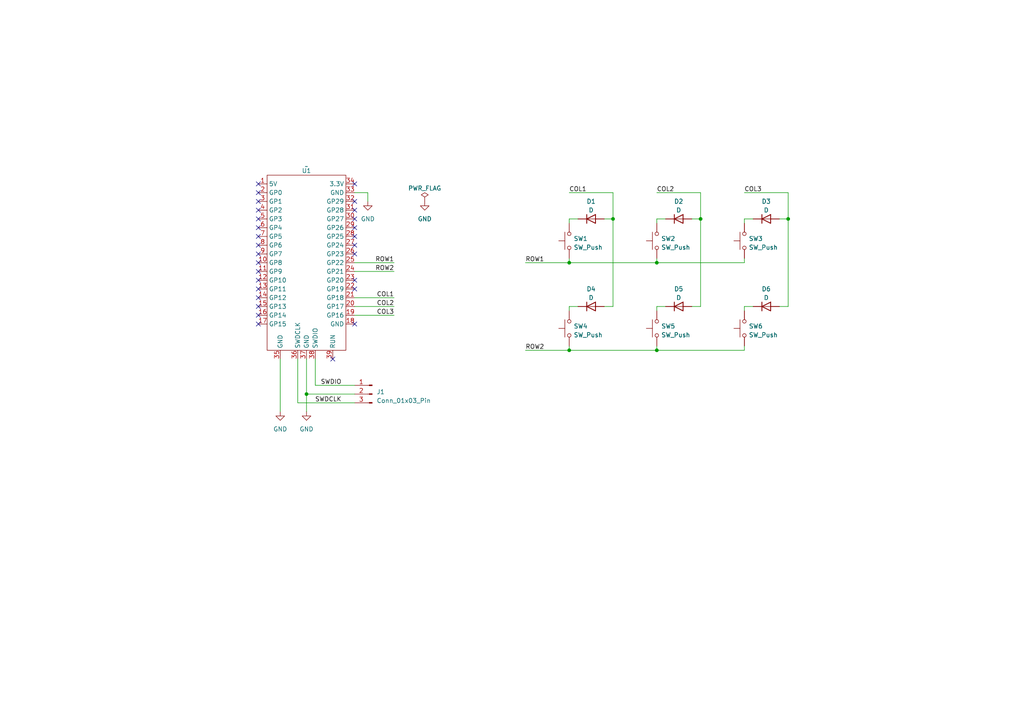
<source format=kicad_sch>
(kicad_sch (version 20230121) (generator eeschema)

  (uuid a54e342c-4d6e-448e-ac59-ce2104a4b53d)

  (paper "A4")

  (lib_symbols
    (symbol "Connector:Conn_01x03_Pin" (pin_names (offset 1.016) hide) (in_bom yes) (on_board yes)
      (property "Reference" "J" (at 0 5.08 0)
        (effects (font (size 1.27 1.27)))
      )
      (property "Value" "Conn_01x03_Pin" (at 0 -5.08 0)
        (effects (font (size 1.27 1.27)))
      )
      (property "Footprint" "" (at 0 0 0)
        (effects (font (size 1.27 1.27)) hide)
      )
      (property "Datasheet" "~" (at 0 0 0)
        (effects (font (size 1.27 1.27)) hide)
      )
      (property "ki_locked" "" (at 0 0 0)
        (effects (font (size 1.27 1.27)))
      )
      (property "ki_keywords" "connector" (at 0 0 0)
        (effects (font (size 1.27 1.27)) hide)
      )
      (property "ki_description" "Generic connector, single row, 01x03, script generated" (at 0 0 0)
        (effects (font (size 1.27 1.27)) hide)
      )
      (property "ki_fp_filters" "Connector*:*_1x??_*" (at 0 0 0)
        (effects (font (size 1.27 1.27)) hide)
      )
      (symbol "Conn_01x03_Pin_1_1"
        (polyline
          (pts
            (xy 1.27 -2.54)
            (xy 0.8636 -2.54)
          )
          (stroke (width 0.1524) (type default))
          (fill (type none))
        )
        (polyline
          (pts
            (xy 1.27 0)
            (xy 0.8636 0)
          )
          (stroke (width 0.1524) (type default))
          (fill (type none))
        )
        (polyline
          (pts
            (xy 1.27 2.54)
            (xy 0.8636 2.54)
          )
          (stroke (width 0.1524) (type default))
          (fill (type none))
        )
        (rectangle (start 0.8636 -2.413) (end 0 -2.667)
          (stroke (width 0.1524) (type default))
          (fill (type outline))
        )
        (rectangle (start 0.8636 0.127) (end 0 -0.127)
          (stroke (width 0.1524) (type default))
          (fill (type outline))
        )
        (rectangle (start 0.8636 2.667) (end 0 2.413)
          (stroke (width 0.1524) (type default))
          (fill (type outline))
        )
        (pin passive line (at 5.08 2.54 180) (length 3.81)
          (name "Pin_1" (effects (font (size 1.27 1.27))))
          (number "1" (effects (font (size 1.27 1.27))))
        )
        (pin passive line (at 5.08 0 180) (length 3.81)
          (name "Pin_2" (effects (font (size 1.27 1.27))))
          (number "2" (effects (font (size 1.27 1.27))))
        )
        (pin passive line (at 5.08 -2.54 180) (length 3.81)
          (name "Pin_3" (effects (font (size 1.27 1.27))))
          (number "3" (effects (font (size 1.27 1.27))))
        )
      )
    )
    (symbol "Device:D" (pin_numbers hide) (pin_names (offset 1.016) hide) (in_bom yes) (on_board yes)
      (property "Reference" "D" (at 0 2.54 0)
        (effects (font (size 1.27 1.27)))
      )
      (property "Value" "D" (at 0 -2.54 0)
        (effects (font (size 1.27 1.27)))
      )
      (property "Footprint" "" (at 0 0 0)
        (effects (font (size 1.27 1.27)) hide)
      )
      (property "Datasheet" "~" (at 0 0 0)
        (effects (font (size 1.27 1.27)) hide)
      )
      (property "Sim.Device" "D" (at 0 0 0)
        (effects (font (size 1.27 1.27)) hide)
      )
      (property "Sim.Pins" "1=K 2=A" (at 0 0 0)
        (effects (font (size 1.27 1.27)) hide)
      )
      (property "ki_keywords" "diode" (at 0 0 0)
        (effects (font (size 1.27 1.27)) hide)
      )
      (property "ki_description" "Diode" (at 0 0 0)
        (effects (font (size 1.27 1.27)) hide)
      )
      (property "ki_fp_filters" "TO-???* *_Diode_* *SingleDiode* D_*" (at 0 0 0)
        (effects (font (size 1.27 1.27)) hide)
      )
      (symbol "D_0_1"
        (polyline
          (pts
            (xy -1.27 1.27)
            (xy -1.27 -1.27)
          )
          (stroke (width 0.254) (type default))
          (fill (type none))
        )
        (polyline
          (pts
            (xy 1.27 0)
            (xy -1.27 0)
          )
          (stroke (width 0) (type default))
          (fill (type none))
        )
        (polyline
          (pts
            (xy 1.27 1.27)
            (xy 1.27 -1.27)
            (xy -1.27 0)
            (xy 1.27 1.27)
          )
          (stroke (width 0.254) (type default))
          (fill (type none))
        )
      )
      (symbol "D_1_1"
        (pin passive line (at -3.81 0 0) (length 2.54)
          (name "K" (effects (font (size 1.27 1.27))))
          (number "1" (effects (font (size 1.27 1.27))))
        )
        (pin passive line (at 3.81 0 180) (length 2.54)
          (name "A" (effects (font (size 1.27 1.27))))
          (number "2" (effects (font (size 1.27 1.27))))
        )
      )
    )
    (symbol "Switch:SW_Push" (pin_numbers hide) (pin_names (offset 1.016) hide) (in_bom yes) (on_board yes)
      (property "Reference" "SW" (at 1.27 2.54 0)
        (effects (font (size 1.27 1.27)) (justify left))
      )
      (property "Value" "SW_Push" (at 0 -1.524 0)
        (effects (font (size 1.27 1.27)))
      )
      (property "Footprint" "" (at 0 5.08 0)
        (effects (font (size 1.27 1.27)) hide)
      )
      (property "Datasheet" "~" (at 0 5.08 0)
        (effects (font (size 1.27 1.27)) hide)
      )
      (property "ki_keywords" "switch normally-open pushbutton push-button" (at 0 0 0)
        (effects (font (size 1.27 1.27)) hide)
      )
      (property "ki_description" "Push button switch, generic, two pins" (at 0 0 0)
        (effects (font (size 1.27 1.27)) hide)
      )
      (symbol "SW_Push_0_1"
        (circle (center -2.032 0) (radius 0.508)
          (stroke (width 0) (type default))
          (fill (type none))
        )
        (polyline
          (pts
            (xy 0 1.27)
            (xy 0 3.048)
          )
          (stroke (width 0) (type default))
          (fill (type none))
        )
        (polyline
          (pts
            (xy 2.54 1.27)
            (xy -2.54 1.27)
          )
          (stroke (width 0) (type default))
          (fill (type none))
        )
        (circle (center 2.032 0) (radius 0.508)
          (stroke (width 0) (type default))
          (fill (type none))
        )
        (pin passive line (at -5.08 0 0) (length 2.54)
          (name "1" (effects (font (size 1.27 1.27))))
          (number "1" (effects (font (size 1.27 1.27))))
        )
        (pin passive line (at 5.08 0 180) (length 2.54)
          (name "2" (effects (font (size 1.27 1.27))))
          (number "2" (effects (font (size 1.27 1.27))))
        )
      )
    )
    (symbol "pico:AE-RP2040" (in_bom yes) (on_board yes)
      (property "Reference" "U" (at 0 2.54 0)
        (effects (font (size 1.27 1.27)))
      )
      (property "Value" "" (at 0 2.54 0)
        (effects (font (size 1.27 1.27)))
      )
      (property "Footprint" "" (at 0 2.54 0)
        (effects (font (size 1.27 1.27)) hide)
      )
      (property "Datasheet" "" (at 0 2.54 0)
        (effects (font (size 1.27 1.27)) hide)
      )
      (symbol "AE-RP2040_0_1"
        (rectangle (start -11.43 0) (end 11.43 -50.8)
          (stroke (width 0) (type default))
          (fill (type none))
        )
      )
      (symbol "AE-RP2040_1_1"
        (pin power_in line (at -13.97 -2.54 0) (length 2.54)
          (name "5V" (effects (font (size 1.27 1.27))))
          (number "1" (effects (font (size 1.27 1.27))))
        )
        (pin bidirectional line (at -13.97 -25.4 0) (length 2.54)
          (name "GP8" (effects (font (size 1.27 1.27))))
          (number "10" (effects (font (size 1.27 1.27))))
        )
        (pin bidirectional line (at -13.97 -27.94 0) (length 2.54)
          (name "GP9" (effects (font (size 1.27 1.27))))
          (number "11" (effects (font (size 1.27 1.27))))
        )
        (pin bidirectional line (at -13.97 -30.48 0) (length 2.54)
          (name "GP10" (effects (font (size 1.27 1.27))))
          (number "12" (effects (font (size 1.27 1.27))))
        )
        (pin bidirectional line (at -13.97 -33.02 0) (length 2.54)
          (name "GP11" (effects (font (size 1.27 1.27))))
          (number "13" (effects (font (size 1.27 1.27))))
        )
        (pin bidirectional line (at -13.97 -35.56 0) (length 2.54)
          (name "GP12" (effects (font (size 1.27 1.27))))
          (number "14" (effects (font (size 1.27 1.27))))
        )
        (pin bidirectional line (at -13.97 -38.1 0) (length 2.54)
          (name "GP13" (effects (font (size 1.27 1.27))))
          (number "15" (effects (font (size 1.27 1.27))))
        )
        (pin bidirectional line (at -13.97 -40.64 0) (length 2.54)
          (name "GP14" (effects (font (size 1.27 1.27))))
          (number "16" (effects (font (size 1.27 1.27))))
        )
        (pin bidirectional line (at -13.97 -43.18 0) (length 2.54)
          (name "GP15" (effects (font (size 1.27 1.27))))
          (number "17" (effects (font (size 1.27 1.27))))
        )
        (pin power_in line (at 13.97 -43.18 180) (length 2.54)
          (name "GND" (effects (font (size 1.27 1.27))))
          (number "18" (effects (font (size 1.27 1.27))))
        )
        (pin bidirectional line (at 13.97 -40.64 180) (length 2.54)
          (name "GP16" (effects (font (size 1.27 1.27))))
          (number "19" (effects (font (size 1.27 1.27))))
        )
        (pin bidirectional line (at -13.97 -5.08 0) (length 2.54)
          (name "GP0" (effects (font (size 1.27 1.27))))
          (number "2" (effects (font (size 1.27 1.27))))
        )
        (pin bidirectional line (at 13.97 -38.1 180) (length 2.54)
          (name "GP17" (effects (font (size 1.27 1.27))))
          (number "20" (effects (font (size 1.27 1.27))))
        )
        (pin bidirectional line (at 13.97 -35.56 180) (length 2.54)
          (name "GP18" (effects (font (size 1.27 1.27))))
          (number "21" (effects (font (size 1.27 1.27))))
        )
        (pin bidirectional line (at 13.97 -33.02 180) (length 2.54)
          (name "GP19" (effects (font (size 1.27 1.27))))
          (number "22" (effects (font (size 1.27 1.27))))
        )
        (pin bidirectional line (at 13.97 -30.48 180) (length 2.54)
          (name "GP20" (effects (font (size 1.27 1.27))))
          (number "23" (effects (font (size 1.27 1.27))))
        )
        (pin bidirectional line (at 13.97 -27.94 180) (length 2.54)
          (name "GP21" (effects (font (size 1.27 1.27))))
          (number "24" (effects (font (size 1.27 1.27))))
        )
        (pin bidirectional line (at 13.97 -25.4 180) (length 2.54)
          (name "GP22" (effects (font (size 1.27 1.27))))
          (number "25" (effects (font (size 1.27 1.27))))
        )
        (pin bidirectional line (at 13.97 -22.86 180) (length 2.54)
          (name "GP23" (effects (font (size 1.27 1.27))))
          (number "26" (effects (font (size 1.27 1.27))))
        )
        (pin bidirectional line (at 13.97 -20.32 180) (length 2.54)
          (name "GP24" (effects (font (size 1.27 1.27))))
          (number "27" (effects (font (size 1.27 1.27))))
        )
        (pin bidirectional line (at 13.97 -17.78 180) (length 2.54)
          (name "GP25" (effects (font (size 1.27 1.27))))
          (number "28" (effects (font (size 1.27 1.27))))
        )
        (pin bidirectional line (at 13.97 -15.24 180) (length 2.54)
          (name "GP26" (effects (font (size 1.27 1.27))))
          (number "29" (effects (font (size 1.27 1.27))))
        )
        (pin bidirectional line (at -13.97 -7.62 0) (length 2.54)
          (name "GP1" (effects (font (size 1.27 1.27))))
          (number "3" (effects (font (size 1.27 1.27))))
        )
        (pin bidirectional line (at 13.97 -12.7 180) (length 2.54)
          (name "GP27" (effects (font (size 1.27 1.27))))
          (number "30" (effects (font (size 1.27 1.27))))
        )
        (pin bidirectional line (at 13.97 -10.16 180) (length 2.54)
          (name "GP28" (effects (font (size 1.27 1.27))))
          (number "31" (effects (font (size 1.27 1.27))))
        )
        (pin bidirectional line (at 13.97 -7.62 180) (length 2.54)
          (name "GP29" (effects (font (size 1.27 1.27))))
          (number "32" (effects (font (size 1.27 1.27))))
        )
        (pin power_in line (at 13.97 -5.08 180) (length 2.54)
          (name "GND" (effects (font (size 1.27 1.27))))
          (number "33" (effects (font (size 1.27 1.27))))
        )
        (pin power_in line (at 13.97 -2.54 180) (length 2.54)
          (name "3.3V" (effects (font (size 1.27 1.27))))
          (number "34" (effects (font (size 1.27 1.27))))
        )
        (pin bidirectional line (at -7.62 -53.34 90) (length 2.54)
          (name "GND" (effects (font (size 1.27 1.27))))
          (number "35" (effects (font (size 1.27 1.27))))
        )
        (pin bidirectional line (at -2.54 -53.34 90) (length 2.54)
          (name "SWDCLK" (effects (font (size 1.27 1.27))))
          (number "36" (effects (font (size 1.27 1.27))))
        )
        (pin bidirectional line (at 0 -53.34 90) (length 2.54)
          (name "GND" (effects (font (size 1.27 1.27))))
          (number "37" (effects (font (size 1.27 1.27))))
        )
        (pin bidirectional line (at 2.54 -53.34 90) (length 2.54)
          (name "SWDIO" (effects (font (size 1.27 1.27))))
          (number "38" (effects (font (size 1.27 1.27))))
        )
        (pin bidirectional line (at 7.62 -53.34 90) (length 2.54)
          (name "RUN" (effects (font (size 1.27 1.27))))
          (number "39" (effects (font (size 1.27 1.27))))
        )
        (pin bidirectional line (at -13.97 -10.16 0) (length 2.54)
          (name "GP2" (effects (font (size 1.27 1.27))))
          (number "4" (effects (font (size 1.27 1.27))))
        )
        (pin bidirectional line (at -13.97 -12.7 0) (length 2.54)
          (name "GP3" (effects (font (size 1.27 1.27))))
          (number "5" (effects (font (size 1.27 1.27))))
        )
        (pin bidirectional line (at -13.97 -15.24 0) (length 2.54)
          (name "GP4" (effects (font (size 1.27 1.27))))
          (number "6" (effects (font (size 1.27 1.27))))
        )
        (pin bidirectional line (at -13.97 -17.78 0) (length 2.54)
          (name "GP5" (effects (font (size 1.27 1.27))))
          (number "7" (effects (font (size 1.27 1.27))))
        )
        (pin bidirectional line (at -13.97 -20.32 0) (length 2.54)
          (name "GP6" (effects (font (size 1.27 1.27))))
          (number "8" (effects (font (size 1.27 1.27))))
        )
        (pin bidirectional line (at -13.97 -22.86 0) (length 2.54)
          (name "GP7" (effects (font (size 1.27 1.27))))
          (number "9" (effects (font (size 1.27 1.27))))
        )
      )
    )
    (symbol "power:GND" (power) (pin_names (offset 0)) (in_bom yes) (on_board yes)
      (property "Reference" "#PWR" (at 0 -6.35 0)
        (effects (font (size 1.27 1.27)) hide)
      )
      (property "Value" "GND" (at 0 -3.81 0)
        (effects (font (size 1.27 1.27)))
      )
      (property "Footprint" "" (at 0 0 0)
        (effects (font (size 1.27 1.27)) hide)
      )
      (property "Datasheet" "" (at 0 0 0)
        (effects (font (size 1.27 1.27)) hide)
      )
      (property "ki_keywords" "global power" (at 0 0 0)
        (effects (font (size 1.27 1.27)) hide)
      )
      (property "ki_description" "Power symbol creates a global label with name \"GND\" , ground" (at 0 0 0)
        (effects (font (size 1.27 1.27)) hide)
      )
      (symbol "GND_0_1"
        (polyline
          (pts
            (xy 0 0)
            (xy 0 -1.27)
            (xy 1.27 -1.27)
            (xy 0 -2.54)
            (xy -1.27 -1.27)
            (xy 0 -1.27)
          )
          (stroke (width 0) (type default))
          (fill (type none))
        )
      )
      (symbol "GND_1_1"
        (pin power_in line (at 0 0 270) (length 0) hide
          (name "GND" (effects (font (size 1.27 1.27))))
          (number "1" (effects (font (size 1.27 1.27))))
        )
      )
    )
    (symbol "power:PWR_FLAG" (power) (pin_numbers hide) (pin_names (offset 0) hide) (in_bom yes) (on_board yes)
      (property "Reference" "#FLG" (at 0 1.905 0)
        (effects (font (size 1.27 1.27)) hide)
      )
      (property "Value" "PWR_FLAG" (at 0 3.81 0)
        (effects (font (size 1.27 1.27)))
      )
      (property "Footprint" "" (at 0 0 0)
        (effects (font (size 1.27 1.27)) hide)
      )
      (property "Datasheet" "~" (at 0 0 0)
        (effects (font (size 1.27 1.27)) hide)
      )
      (property "ki_keywords" "flag power" (at 0 0 0)
        (effects (font (size 1.27 1.27)) hide)
      )
      (property "ki_description" "Special symbol for telling ERC where power comes from" (at 0 0 0)
        (effects (font (size 1.27 1.27)) hide)
      )
      (symbol "PWR_FLAG_0_0"
        (pin power_out line (at 0 0 90) (length 0)
          (name "pwr" (effects (font (size 1.27 1.27))))
          (number "1" (effects (font (size 1.27 1.27))))
        )
      )
      (symbol "PWR_FLAG_0_1"
        (polyline
          (pts
            (xy 0 0)
            (xy 0 1.27)
            (xy -1.016 1.905)
            (xy 0 2.54)
            (xy 1.016 1.905)
            (xy 0 1.27)
          )
          (stroke (width 0) (type default))
          (fill (type none))
        )
      )
    )
  )

  (junction (at 190.5 76.2) (diameter 0) (color 0 0 0 0)
    (uuid 0c1aea8b-dde7-499b-8737-ab1e726ce041)
  )
  (junction (at 190.5 101.6) (diameter 0) (color 0 0 0 0)
    (uuid 1cab622b-1619-41c6-ae35-ea18000ae3d3)
  )
  (junction (at 177.8 63.5) (diameter 0) (color 0 0 0 0)
    (uuid 4c15dd42-0581-49a0-9f12-853165ae3a9a)
  )
  (junction (at 165.1 76.2) (diameter 0) (color 0 0 0 0)
    (uuid 9404f8bc-90e9-4b51-b177-bbd66890d854)
  )
  (junction (at 88.9 114.3) (diameter 0) (color 0 0 0 0)
    (uuid aa07bd4d-9eb1-40fd-ba71-7f20ab4beee5)
  )
  (junction (at 203.2 63.5) (diameter 0) (color 0 0 0 0)
    (uuid b8ea1065-6a9a-4023-8ae2-59aaddf1d43a)
  )
  (junction (at 165.1 101.6) (diameter 0) (color 0 0 0 0)
    (uuid e82392bc-f5fe-4434-8af7-4c83d6a856b3)
  )
  (junction (at 228.6 63.5) (diameter 0) (color 0 0 0 0)
    (uuid ec35243f-0d58-4a81-8f11-0f0205b877a4)
  )

  (no_connect (at 74.93 73.66) (uuid 03e1be89-fcac-44fa-8977-7f43ecd17c0e))
  (no_connect (at 74.93 81.28) (uuid 10eb42f8-557b-4349-954c-281d4bb5493a))
  (no_connect (at 102.87 73.66) (uuid 11b7abf6-fd1c-459e-ac5a-6dd0d0678d5d))
  (no_connect (at 102.87 81.28) (uuid 14959b02-87a6-48d1-9c18-00308e528257))
  (no_connect (at 102.87 93.98) (uuid 18ef19ea-ddd2-4c80-9646-45ae9c659b48))
  (no_connect (at 102.87 83.82) (uuid 1c7f64fd-3efe-4809-b444-59f0f66add4a))
  (no_connect (at 74.93 68.58) (uuid 257ea283-9942-4ab6-848f-8a6739a573f2))
  (no_connect (at 102.87 71.12) (uuid 3162ceea-7835-4ee1-89c0-1e5561303d06))
  (no_connect (at 74.93 88.9) (uuid 34ef033f-7d1c-4f48-bde1-4a161bac42fd))
  (no_connect (at 102.87 63.5) (uuid 3df040ea-a707-48c6-864d-15040b277b94))
  (no_connect (at 102.87 66.04) (uuid 410607a9-0d74-4d5a-8b2a-c2a08c32fa76))
  (no_connect (at 74.93 78.74) (uuid 471a7a5d-994b-48a8-a7c0-65f26caeb99b))
  (no_connect (at 74.93 76.2) (uuid 71a857c5-6792-4a02-89cb-9ac67f0dffac))
  (no_connect (at 74.93 71.12) (uuid 7c5fa89a-5a59-4e85-b838-1ca022146b29))
  (no_connect (at 96.52 104.14) (uuid 870f44f5-5cbe-4880-9d1b-1497be105136))
  (no_connect (at 74.93 63.5) (uuid 8ed455ad-5acd-4b86-8390-a56183c75e10))
  (no_connect (at 74.93 86.36) (uuid 9a28a0e6-0cda-472d-8fe9-777fcd758d74))
  (no_connect (at 74.93 55.88) (uuid 9a8e71e6-b283-4ed2-9150-3fbbcdd8bf14))
  (no_connect (at 74.93 83.82) (uuid 9c3369ee-02ef-478a-9519-7ec63bdf3fbf))
  (no_connect (at 74.93 53.34) (uuid 9da84dea-c735-4488-b12c-efb2228cbaca))
  (no_connect (at 102.87 68.58) (uuid a1ae9a79-4341-432d-bf81-f0347a0d8c05))
  (no_connect (at 74.93 60.96) (uuid abc71b4d-c0e6-45a6-b640-34efa311dbe9))
  (no_connect (at 102.87 60.96) (uuid ac29d59a-059b-43cd-96d2-06288a3c1605))
  (no_connect (at 74.93 66.04) (uuid b281f3a2-3d10-4975-bf6a-98e1d807699f))
  (no_connect (at 74.93 93.98) (uuid c1f47dae-0e00-4aec-9b87-9e93255f25e4))
  (no_connect (at 74.93 91.44) (uuid cd049ad9-b4d7-40e8-b1f9-f01d1004ce51))
  (no_connect (at 102.87 53.34) (uuid d7d8b108-9478-40cc-b54f-8bde53336662))
  (no_connect (at 102.87 58.42) (uuid e7264338-31ba-4fe5-9c74-b9684de2bf58))
  (no_connect (at 74.93 58.42) (uuid f4a3a013-fbd1-4e7e-90d0-626a9044b1d0))

  (wire (pts (xy 177.8 88.9) (xy 175.26 88.9))
    (stroke (width 0) (type default))
    (uuid 095a0959-023e-49e3-9733-71ff42ea6208)
  )
  (wire (pts (xy 102.87 86.36) (xy 114.3 86.36))
    (stroke (width 0) (type default))
    (uuid 10de61a2-e3e8-4e2f-b53b-7f7aa1414210)
  )
  (wire (pts (xy 91.44 104.14) (xy 91.44 111.76))
    (stroke (width 0) (type default))
    (uuid 1212c7b4-4567-402e-8ee0-1076aeaa1cc7)
  )
  (wire (pts (xy 167.64 63.5) (xy 165.1 63.5))
    (stroke (width 0) (type default))
    (uuid 173b7406-5742-4be1-bebb-eef7b8442f25)
  )
  (wire (pts (xy 228.6 55.88) (xy 228.6 63.5))
    (stroke (width 0) (type default))
    (uuid 2657b121-0873-4bcd-b2a6-7981e52817a7)
  )
  (wire (pts (xy 215.9 88.9) (xy 215.9 90.17))
    (stroke (width 0) (type default))
    (uuid 26deab52-64e1-4c0d-aaae-f805235a4048)
  )
  (wire (pts (xy 81.28 104.14) (xy 81.28 119.38))
    (stroke (width 0) (type default))
    (uuid 2cdfbe4c-b849-410d-b7b3-f2e9bb9022c9)
  )
  (wire (pts (xy 175.26 63.5) (xy 177.8 63.5))
    (stroke (width 0) (type default))
    (uuid 2e424292-25e4-464e-8544-638c818b140c)
  )
  (wire (pts (xy 102.87 78.74) (xy 114.3 78.74))
    (stroke (width 0) (type default))
    (uuid 2f52175c-25ef-4816-b4cd-fd6d59f64457)
  )
  (wire (pts (xy 203.2 63.5) (xy 203.2 88.9))
    (stroke (width 0) (type default))
    (uuid 3b966b31-e134-4a44-874c-7be84418abe8)
  )
  (wire (pts (xy 190.5 55.88) (xy 203.2 55.88))
    (stroke (width 0) (type default))
    (uuid 4005859c-7e68-4e67-a07b-8070f3136f42)
  )
  (wire (pts (xy 165.1 100.33) (xy 165.1 101.6))
    (stroke (width 0) (type default))
    (uuid 47cd8aff-5104-4dc3-bdde-98b9ecda5f4d)
  )
  (wire (pts (xy 190.5 88.9) (xy 190.5 90.17))
    (stroke (width 0) (type default))
    (uuid 49bdfa04-7104-4cf0-a782-4fe485ac143b)
  )
  (wire (pts (xy 86.36 104.14) (xy 86.36 116.84))
    (stroke (width 0) (type default))
    (uuid 4bc6605f-8c9e-458e-a916-391de783ffe3)
  )
  (wire (pts (xy 88.9 104.14) (xy 88.9 114.3))
    (stroke (width 0) (type default))
    (uuid 4c112bf8-49f3-4d9c-b2b7-b5b18d694d6d)
  )
  (wire (pts (xy 190.5 76.2) (xy 215.9 76.2))
    (stroke (width 0) (type default))
    (uuid 4e97c0a0-d7a1-44eb-bd63-e82e191e8b65)
  )
  (wire (pts (xy 215.9 100.33) (xy 215.9 101.6))
    (stroke (width 0) (type default))
    (uuid 54ea6a83-abb2-4c79-bebe-14e91e2fdb25)
  )
  (wire (pts (xy 106.68 58.42) (xy 106.68 55.88))
    (stroke (width 0) (type default))
    (uuid 5964368d-91cb-4ca8-8531-1e79d03986b2)
  )
  (wire (pts (xy 215.9 63.5) (xy 215.9 64.77))
    (stroke (width 0) (type default))
    (uuid 59ff84f3-62ed-4585-9f9c-88824ef84474)
  )
  (wire (pts (xy 102.87 91.44) (xy 114.3 91.44))
    (stroke (width 0) (type default))
    (uuid 6224a078-ca15-4c93-a027-171f4971d7bb)
  )
  (wire (pts (xy 102.87 88.9) (xy 114.3 88.9))
    (stroke (width 0) (type default))
    (uuid 63ae164c-4104-4e1c-b785-1e6d054e3d13)
  )
  (wire (pts (xy 165.1 101.6) (xy 190.5 101.6))
    (stroke (width 0) (type default))
    (uuid 64bcacd8-655f-4e85-a163-1d5eb17b498b)
  )
  (wire (pts (xy 228.6 63.5) (xy 228.6 88.9))
    (stroke (width 0) (type default))
    (uuid 6ce004e7-7c05-4278-be3a-6468b34a23f4)
  )
  (wire (pts (xy 190.5 101.6) (xy 190.5 100.33))
    (stroke (width 0) (type default))
    (uuid 70534259-1d8d-4ee7-b195-981bf6523876)
  )
  (wire (pts (xy 102.87 76.2) (xy 114.3 76.2))
    (stroke (width 0) (type default))
    (uuid 71803eee-65be-4024-873d-3897c66d6dfa)
  )
  (wire (pts (xy 228.6 63.5) (xy 226.06 63.5))
    (stroke (width 0) (type default))
    (uuid 80137b0d-8be9-44ae-bd8c-9f27a7bcd3d2)
  )
  (wire (pts (xy 190.5 74.93) (xy 190.5 76.2))
    (stroke (width 0) (type default))
    (uuid 849b9f3a-9f81-41b0-aa2e-5bf11de47f63)
  )
  (wire (pts (xy 215.9 101.6) (xy 190.5 101.6))
    (stroke (width 0) (type default))
    (uuid 8641b789-1ef1-4923-9fd6-86182d6a39ca)
  )
  (wire (pts (xy 215.9 55.88) (xy 228.6 55.88))
    (stroke (width 0) (type default))
    (uuid 8a405bda-039d-47be-b51f-80c2097a6b20)
  )
  (wire (pts (xy 226.06 88.9) (xy 228.6 88.9))
    (stroke (width 0) (type default))
    (uuid 8ce37130-ddf9-446f-96c4-9a711cdb333c)
  )
  (wire (pts (xy 203.2 63.5) (xy 200.66 63.5))
    (stroke (width 0) (type default))
    (uuid 8e010b31-e30a-4519-ac97-29cccdf5a8c9)
  )
  (wire (pts (xy 190.5 63.5) (xy 190.5 64.77))
    (stroke (width 0) (type default))
    (uuid 9d7c34cd-4568-426f-934e-efca079f061c)
  )
  (wire (pts (xy 165.1 88.9) (xy 167.64 88.9))
    (stroke (width 0) (type default))
    (uuid a055f6d2-bab4-40fe-96f3-cffa0989f8b7)
  )
  (wire (pts (xy 102.87 114.3) (xy 88.9 114.3))
    (stroke (width 0) (type default))
    (uuid a26f5d94-7506-4735-93e7-216d2f296e8f)
  )
  (wire (pts (xy 215.9 76.2) (xy 215.9 74.93))
    (stroke (width 0) (type default))
    (uuid a93fa1b9-4587-4173-ba31-cf9a32700502)
  )
  (wire (pts (xy 165.1 76.2) (xy 190.5 76.2))
    (stroke (width 0) (type default))
    (uuid a9e13ce3-e3e6-4a0a-a4e1-48e31fe4de4a)
  )
  (wire (pts (xy 193.04 88.9) (xy 190.5 88.9))
    (stroke (width 0) (type default))
    (uuid ad9a0c3c-c22a-4812-a1fa-17019d8d990b)
  )
  (wire (pts (xy 165.1 74.93) (xy 165.1 76.2))
    (stroke (width 0) (type default))
    (uuid b93d02ae-af97-49ca-9b60-452895cb9a1a)
  )
  (wire (pts (xy 165.1 88.9) (xy 165.1 90.17))
    (stroke (width 0) (type default))
    (uuid b9d48cb1-eaac-487f-8f6a-70649abdc46c)
  )
  (wire (pts (xy 88.9 119.38) (xy 88.9 114.3))
    (stroke (width 0) (type default))
    (uuid bd67607e-0bbb-4bc8-9990-a90b05f892d9)
  )
  (wire (pts (xy 152.4 76.2) (xy 165.1 76.2))
    (stroke (width 0) (type default))
    (uuid bdae9cbe-25bd-4733-99f9-796fcafd6787)
  )
  (wire (pts (xy 177.8 55.88) (xy 177.8 63.5))
    (stroke (width 0) (type default))
    (uuid bdf13691-127a-412a-808f-e666df95e3c4)
  )
  (wire (pts (xy 106.68 55.88) (xy 102.87 55.88))
    (stroke (width 0) (type default))
    (uuid c0541d20-2665-4cfa-8571-8ea9c1de1828)
  )
  (wire (pts (xy 177.8 63.5) (xy 177.8 88.9))
    (stroke (width 0) (type default))
    (uuid c061b013-6f6e-4f83-889e-9bd3070cd115)
  )
  (wire (pts (xy 165.1 55.88) (xy 177.8 55.88))
    (stroke (width 0) (type default))
    (uuid c61bffb5-1252-4851-b26f-561d1495a076)
  )
  (wire (pts (xy 165.1 63.5) (xy 165.1 64.77))
    (stroke (width 0) (type default))
    (uuid d156cdfc-3bfd-448c-a1d1-ef5f366c906b)
  )
  (wire (pts (xy 203.2 55.88) (xy 203.2 63.5))
    (stroke (width 0) (type default))
    (uuid dc0d77e2-9261-41b6-917d-b3e985d60b22)
  )
  (wire (pts (xy 200.66 88.9) (xy 203.2 88.9))
    (stroke (width 0) (type default))
    (uuid e47c0f09-1c54-418f-89a6-966af4399b41)
  )
  (wire (pts (xy 215.9 63.5) (xy 218.44 63.5))
    (stroke (width 0) (type default))
    (uuid e505c146-b1f9-4973-82b2-e2d1cfc71490)
  )
  (wire (pts (xy 91.44 111.76) (xy 102.87 111.76))
    (stroke (width 0) (type default))
    (uuid e7332a10-a4d9-4dc4-805c-4893cf185706)
  )
  (wire (pts (xy 190.5 63.5) (xy 193.04 63.5))
    (stroke (width 0) (type default))
    (uuid e86b66f7-fe7e-43f6-8f7b-d7d19be63578)
  )
  (wire (pts (xy 86.36 116.84) (xy 102.87 116.84))
    (stroke (width 0) (type default))
    (uuid f5d4f40a-2eea-4da0-a685-45bb7c1dd909)
  )
  (wire (pts (xy 218.44 88.9) (xy 215.9 88.9))
    (stroke (width 0) (type default))
    (uuid fda8c47d-b464-471e-86dc-0bddd538c68f)
  )
  (wire (pts (xy 152.4 101.6) (xy 165.1 101.6))
    (stroke (width 0) (type default))
    (uuid fe3a1dbf-9c0f-4dbd-88d6-b6ede22d4be4)
  )

  (label "COL2" (at 190.5 55.88 0) (fields_autoplaced)
    (effects (font (size 1.27 1.27)) (justify left bottom))
    (uuid 044bcb03-cf2d-4999-96b0-62478cfaef23)
  )
  (label "ROW1" (at 114.3 76.2 180) (fields_autoplaced)
    (effects (font (size 1.27 1.27)) (justify right bottom))
    (uuid 22fad4ae-3442-4f1e-8833-c40f2246d055)
  )
  (label "ROW2" (at 152.4 101.6 0) (fields_autoplaced)
    (effects (font (size 1.27 1.27)) (justify left bottom))
    (uuid 2604ffb1-adee-4a50-b25b-b303db7e8cab)
  )
  (label "ROW2" (at 114.3 78.74 180) (fields_autoplaced)
    (effects (font (size 1.27 1.27)) (justify right bottom))
    (uuid 43aa7f3c-780b-4558-a087-f9b438356fae)
  )
  (label "COL2" (at 114.3 88.9 180) (fields_autoplaced)
    (effects (font (size 1.27 1.27)) (justify right bottom))
    (uuid 5d0a4e02-767b-4b0a-bb77-d864914cc01f)
  )
  (label "SWDCLK" (at 99.06 116.84 180) (fields_autoplaced)
    (effects (font (size 1.27 1.27)) (justify right bottom))
    (uuid 6aff971a-0d56-448d-9624-475d2add33c2)
  )
  (label "ROW1" (at 152.4 76.2 0) (fields_autoplaced)
    (effects (font (size 1.27 1.27)) (justify left bottom))
    (uuid 7e413569-fcf8-4704-a044-3c476a7a473a)
  )
  (label "COL1" (at 165.1 55.88 0) (fields_autoplaced)
    (effects (font (size 1.27 1.27)) (justify left bottom))
    (uuid a006fd9b-2bf8-46e4-82d2-2737bfc2f0c9)
  )
  (label "COL3" (at 215.9 55.88 0) (fields_autoplaced)
    (effects (font (size 1.27 1.27)) (justify left bottom))
    (uuid b447487f-4d65-42c5-9ca9-9ba981487edb)
  )
  (label "SWDIO" (at 99.06 111.76 180) (fields_autoplaced)
    (effects (font (size 1.27 1.27)) (justify right bottom))
    (uuid d4ea6bf0-ddce-4dbe-8c02-dd36730bc83d)
  )
  (label "COL1" (at 114.3 86.36 180) (fields_autoplaced)
    (effects (font (size 1.27 1.27)) (justify right bottom))
    (uuid d7fdbfc1-1523-47d5-bee1-b5b6c86bdc68)
  )
  (label "COL3" (at 114.3 91.44 180) (fields_autoplaced)
    (effects (font (size 1.27 1.27)) (justify right bottom))
    (uuid deb882c2-60e5-47f4-b5fa-116460880131)
  )

  (symbol (lib_id "Device:D") (at 222.25 63.5 0) (unit 1)
    (in_bom yes) (on_board yes) (dnp no) (fields_autoplaced)
    (uuid 00272f2f-6b0c-4a6e-b8f9-317f7ba0e3e2)
    (property "Reference" "D3" (at 222.25 58.42 0)
      (effects (font (size 1.27 1.27)))
    )
    (property "Value" "D" (at 222.25 60.96 0)
      (effects (font (size 1.27 1.27)))
    )
    (property "Footprint" "Diode_THT:D_A-405_P10.16mm_Horizontal" (at 222.25 63.5 0)
      (effects (font (size 1.27 1.27)) hide)
    )
    (property "Datasheet" "~" (at 222.25 63.5 0)
      (effects (font (size 1.27 1.27)) hide)
    )
    (property "Sim.Device" "D" (at 222.25 63.5 0)
      (effects (font (size 1.27 1.27)) hide)
    )
    (property "Sim.Pins" "1=K 2=A" (at 222.25 63.5 0)
      (effects (font (size 1.27 1.27)) hide)
    )
    (pin "1" (uuid 42c83ef2-5e94-4522-a8bd-9064fdab677b))
    (pin "2" (uuid 55fc8582-6bd3-48bc-a39c-ea640e7e2c53))
    (instances
      (project "rusty_keys_comp"
        (path "/a54e342c-4d6e-448e-ac59-ce2104a4b53d"
          (reference "D3") (unit 1)
        )
      )
    )
  )

  (symbol (lib_id "Switch:SW_Push") (at 190.5 95.25 90) (unit 1)
    (in_bom yes) (on_board yes) (dnp no) (fields_autoplaced)
    (uuid 1fc96743-4496-431a-9824-37e978f0d414)
    (property "Reference" "SW5" (at 191.77 94.615 90)
      (effects (font (size 1.27 1.27)) (justify right))
    )
    (property "Value" "SW_Push" (at 191.77 97.155 90)
      (effects (font (size 1.27 1.27)) (justify right))
    )
    (property "Footprint" "Keyboard_Switch:SW_Cherry_MX_1.00u_Socket" (at 185.42 95.25 0)
      (effects (font (size 1.27 1.27)) hide)
    )
    (property "Datasheet" "~" (at 185.42 95.25 0)
      (effects (font (size 1.27 1.27)) hide)
    )
    (pin "1" (uuid 78805524-37b4-437f-9917-aa96820827aa))
    (pin "2" (uuid 08b08aed-2e33-43d3-abc3-780a2886f294))
    (instances
      (project "rusty_keys_comp"
        (path "/a54e342c-4d6e-448e-ac59-ce2104a4b53d"
          (reference "SW5") (unit 1)
        )
      )
    )
  )

  (symbol (lib_id "Device:D") (at 196.85 63.5 0) (unit 1)
    (in_bom yes) (on_board yes) (dnp no) (fields_autoplaced)
    (uuid 28f47833-7359-456b-b32a-d8a95ded4113)
    (property "Reference" "D2" (at 196.85 58.42 0)
      (effects (font (size 1.27 1.27)))
    )
    (property "Value" "D" (at 196.85 60.96 0)
      (effects (font (size 1.27 1.27)))
    )
    (property "Footprint" "Diode_THT:D_A-405_P10.16mm_Horizontal" (at 196.85 63.5 0)
      (effects (font (size 1.27 1.27)) hide)
    )
    (property "Datasheet" "~" (at 196.85 63.5 0)
      (effects (font (size 1.27 1.27)) hide)
    )
    (property "Sim.Device" "D" (at 196.85 63.5 0)
      (effects (font (size 1.27 1.27)) hide)
    )
    (property "Sim.Pins" "1=K 2=A" (at 196.85 63.5 0)
      (effects (font (size 1.27 1.27)) hide)
    )
    (pin "1" (uuid 4a96346a-603e-4484-bd78-04cb07abdfcc))
    (pin "2" (uuid 568692ba-0ed1-4fbe-856d-f81fd59dde86))
    (instances
      (project "rusty_keys_comp"
        (path "/a54e342c-4d6e-448e-ac59-ce2104a4b53d"
          (reference "D2") (unit 1)
        )
      )
    )
  )

  (symbol (lib_id "power:GND") (at 123.19 58.42 0) (unit 1)
    (in_bom yes) (on_board yes) (dnp no) (fields_autoplaced)
    (uuid 5d674e4a-356b-4e97-b71b-7bf560687b11)
    (property "Reference" "#PWR04" (at 123.19 64.77 0)
      (effects (font (size 1.27 1.27)) hide)
    )
    (property "Value" "GND" (at 123.19 63.5 0)
      (effects (font (size 1.27 1.27)))
    )
    (property "Footprint" "" (at 123.19 58.42 0)
      (effects (font (size 1.27 1.27)) hide)
    )
    (property "Datasheet" "" (at 123.19 58.42 0)
      (effects (font (size 1.27 1.27)) hide)
    )
    (pin "1" (uuid 40b775df-b5cc-43ec-b09a-851a35a6cd8d))
    (instances
      (project "rusty_keys_comp"
        (path "/a54e342c-4d6e-448e-ac59-ce2104a4b53d"
          (reference "#PWR04") (unit 1)
        )
      )
    )
  )

  (symbol (lib_id "Switch:SW_Push") (at 215.9 69.85 90) (unit 1)
    (in_bom yes) (on_board yes) (dnp no) (fields_autoplaced)
    (uuid 70080d0c-fe4f-4496-861e-6630cd232446)
    (property "Reference" "SW3" (at 217.17 69.215 90)
      (effects (font (size 1.27 1.27)) (justify right))
    )
    (property "Value" "SW_Push" (at 217.17 71.755 90)
      (effects (font (size 1.27 1.27)) (justify right))
    )
    (property "Footprint" "Keyboard_Switch:SW_Cherry_MX_1.00u_Socket" (at 210.82 69.85 0)
      (effects (font (size 1.27 1.27)) hide)
    )
    (property "Datasheet" "~" (at 210.82 69.85 0)
      (effects (font (size 1.27 1.27)) hide)
    )
    (pin "1" (uuid 37d0e851-fdc3-41d0-9073-1600d9a98289))
    (pin "2" (uuid 30fdb926-11c5-4d70-85f9-d69308bdb850))
    (instances
      (project "rusty_keys_comp"
        (path "/a54e342c-4d6e-448e-ac59-ce2104a4b53d"
          (reference "SW3") (unit 1)
        )
      )
    )
  )

  (symbol (lib_id "Device:D") (at 171.45 63.5 0) (unit 1)
    (in_bom yes) (on_board yes) (dnp no) (fields_autoplaced)
    (uuid 796be176-ef06-408e-af9b-3af3bd4cced9)
    (property "Reference" "D1" (at 171.45 58.42 0)
      (effects (font (size 1.27 1.27)))
    )
    (property "Value" "D" (at 171.45 60.96 0)
      (effects (font (size 1.27 1.27)))
    )
    (property "Footprint" "Diode_THT:D_A-405_P10.16mm_Horizontal" (at 171.45 63.5 0)
      (effects (font (size 1.27 1.27)) hide)
    )
    (property "Datasheet" "~" (at 171.45 63.5 0)
      (effects (font (size 1.27 1.27)) hide)
    )
    (property "Sim.Device" "D" (at 171.45 63.5 0)
      (effects (font (size 1.27 1.27)) hide)
    )
    (property "Sim.Pins" "1=K 2=A" (at 171.45 63.5 0)
      (effects (font (size 1.27 1.27)) hide)
    )
    (pin "1" (uuid 29594454-ee07-4568-b10a-a43336429935))
    (pin "2" (uuid 20ed1092-bc4f-4e6e-bef0-89176e7fade2))
    (instances
      (project "rusty_keys_comp"
        (path "/a54e342c-4d6e-448e-ac59-ce2104a4b53d"
          (reference "D1") (unit 1)
        )
      )
    )
  )

  (symbol (lib_id "Device:D") (at 222.25 88.9 0) (unit 1)
    (in_bom yes) (on_board yes) (dnp no) (fields_autoplaced)
    (uuid 7c823431-78f3-4846-a259-d66e09a48c45)
    (property "Reference" "D6" (at 222.25 83.82 0)
      (effects (font (size 1.27 1.27)))
    )
    (property "Value" "D" (at 222.25 86.36 0)
      (effects (font (size 1.27 1.27)))
    )
    (property "Footprint" "Diode_THT:D_A-405_P10.16mm_Horizontal" (at 222.25 88.9 0)
      (effects (font (size 1.27 1.27)) hide)
    )
    (property "Datasheet" "~" (at 222.25 88.9 0)
      (effects (font (size 1.27 1.27)) hide)
    )
    (property "Sim.Device" "D" (at 222.25 88.9 0)
      (effects (font (size 1.27 1.27)) hide)
    )
    (property "Sim.Pins" "1=K 2=A" (at 222.25 88.9 0)
      (effects (font (size 1.27 1.27)) hide)
    )
    (pin "1" (uuid d6b430bf-14f7-45a7-aea6-31e198c551c2))
    (pin "2" (uuid 38abfdb7-ee33-45e6-adc3-7e0cdd196256))
    (instances
      (project "rusty_keys_comp"
        (path "/a54e342c-4d6e-448e-ac59-ce2104a4b53d"
          (reference "D6") (unit 1)
        )
      )
    )
  )

  (symbol (lib_id "power:GND") (at 81.28 119.38 0) (unit 1)
    (in_bom yes) (on_board yes) (dnp no) (fields_autoplaced)
    (uuid 80635038-0c8e-4a56-b628-4455ed6dea7e)
    (property "Reference" "#PWR02" (at 81.28 125.73 0)
      (effects (font (size 1.27 1.27)) hide)
    )
    (property "Value" "GND" (at 81.28 124.46 0)
      (effects (font (size 1.27 1.27)))
    )
    (property "Footprint" "" (at 81.28 119.38 0)
      (effects (font (size 1.27 1.27)) hide)
    )
    (property "Datasheet" "" (at 81.28 119.38 0)
      (effects (font (size 1.27 1.27)) hide)
    )
    (pin "1" (uuid d4189474-da7a-44bf-8ac8-408810d20fe2))
    (instances
      (project "rusty_keys_comp"
        (path "/a54e342c-4d6e-448e-ac59-ce2104a4b53d"
          (reference "#PWR02") (unit 1)
        )
      )
    )
  )

  (symbol (lib_id "pico:AE-RP2040") (at 88.9 50.8 0) (unit 1)
    (in_bom yes) (on_board yes) (dnp no) (fields_autoplaced)
    (uuid 834a504a-3a87-474a-a50c-33f71f96bdfd)
    (property "Reference" "U1" (at 88.9 49.53 0)
      (effects (font (size 1.27 1.27)))
    )
    (property "Value" "~" (at 88.9 48.26 0)
      (effects (font (size 1.27 1.27)))
    )
    (property "Footprint" "pico:AE-RP2040" (at 88.9 48.26 0)
      (effects (font (size 1.27 1.27)) hide)
    )
    (property "Datasheet" "" (at 88.9 48.26 0)
      (effects (font (size 1.27 1.27)) hide)
    )
    (pin "1" (uuid bd5bf10f-4dc3-44ce-b547-77e6bd172db8))
    (pin "10" (uuid b6be1549-578b-406e-b6c6-60337db8e00f))
    (pin "11" (uuid 55d2295c-2cbb-475b-9f5d-157412e31c4c))
    (pin "12" (uuid 28bd3016-2b56-4d9e-bcba-0e8bbd97fec5))
    (pin "13" (uuid be69513a-fedc-4634-8d77-a5a7d553376b))
    (pin "14" (uuid e71675cf-7f24-4a62-8233-8953d3d3b786))
    (pin "15" (uuid e275c21e-3f2f-4679-800c-a1f15ea09975))
    (pin "16" (uuid 95f5dca1-e1a0-4186-ab60-487f6fa199ea))
    (pin "17" (uuid abdcd5f8-a58f-429d-8eb6-1501469836b4))
    (pin "18" (uuid 43bed345-c8bf-49ac-bc27-8eb5bc662752))
    (pin "19" (uuid 0335a0be-95bf-480f-a165-8a2b52ea935a))
    (pin "2" (uuid f8b6b7b4-16a3-48b1-a1db-114411ca491f))
    (pin "20" (uuid f0943264-6e96-4d66-90f9-311c0188a9cd))
    (pin "21" (uuid 666ca86f-4473-4c3c-91d4-f85d0292911b))
    (pin "22" (uuid e8384144-9875-4263-b0d0-88e156a136d5))
    (pin "23" (uuid bffa707a-6f2f-4cbc-8376-7d81c43382d7))
    (pin "24" (uuid e2829009-224c-4ecb-8a93-47dd10698ba9))
    (pin "25" (uuid 0a3b3d6b-6e98-4b0b-a1f4-00fe481261cd))
    (pin "26" (uuid 6af4fe1d-924f-46e3-a2d9-a71701bb2f61))
    (pin "27" (uuid d7e8b0df-560e-42b8-8371-17b8490cb3b2))
    (pin "28" (uuid 1ad923bb-56d0-4945-932d-301136c5adae))
    (pin "29" (uuid 868ec43a-aba5-4e40-8f16-ed6975c3f8fc))
    (pin "3" (uuid 0ed55037-e28c-42e2-bacb-d4921e9fe0b8))
    (pin "30" (uuid f64b5079-96c9-41ac-a103-ac4e4d93b693))
    (pin "31" (uuid 1033efd6-0557-4d9e-ad98-21732bf91010))
    (pin "32" (uuid 01ca0979-98c3-4c6d-ad8a-65a7a6a88fd2))
    (pin "33" (uuid 33774d22-5504-4245-bae5-6d6a50780283))
    (pin "34" (uuid 47907afb-501f-4245-8995-812bab7e6849))
    (pin "35" (uuid a361ac03-c85b-4893-b298-fab94b1b7e98))
    (pin "36" (uuid cc713798-215a-4b6b-9744-8e560eef0964))
    (pin "37" (uuid e8d3dcaf-7a11-407b-86da-d720c3c3bfef))
    (pin "38" (uuid d3d562cc-b265-43bd-90bf-d8d7fb5f0271))
    (pin "39" (uuid 82fd98e8-fa10-4609-9487-730b6307d0ba))
    (pin "4" (uuid 328934a2-462f-4fa1-970e-c82d22a2df37))
    (pin "5" (uuid d01cd205-b19f-4b76-b40c-e80c975e7f04))
    (pin "6" (uuid e699923c-3a85-44e4-932e-306a8193237a))
    (pin "7" (uuid 4f050d33-c3c1-400e-989f-7c2e48935258))
    (pin "8" (uuid b9f4702f-60d3-485f-96c5-0a15a2762621))
    (pin "9" (uuid 433c8500-fa7e-4e2d-9ece-2fba4c8afb40))
    (instances
      (project "rusty_keys_comp"
        (path "/a54e342c-4d6e-448e-ac59-ce2104a4b53d"
          (reference "U1") (unit 1)
        )
      )
    )
  )

  (symbol (lib_id "Connector:Conn_01x03_Pin") (at 107.95 114.3 0) (mirror y) (unit 1)
    (in_bom yes) (on_board yes) (dnp no) (fields_autoplaced)
    (uuid 9702be8f-206e-40d1-b1c0-8af6f0f7d8db)
    (property "Reference" "J1" (at 109.22 113.665 0)
      (effects (font (size 1.27 1.27)) (justify right))
    )
    (property "Value" "Conn_01x03_Pin" (at 109.22 116.205 0)
      (effects (font (size 1.27 1.27)) (justify right))
    )
    (property "Footprint" "Connector_PinHeader_2.54mm:PinHeader_1x03_P2.54mm_Horizontal" (at 107.95 114.3 0)
      (effects (font (size 1.27 1.27)) hide)
    )
    (property "Datasheet" "~" (at 107.95 114.3 0)
      (effects (font (size 1.27 1.27)) hide)
    )
    (pin "1" (uuid 3627bc20-adcd-4d19-a33d-b7856271fe4a))
    (pin "2" (uuid a9b8d129-df8d-47b7-ad0c-fff728e96e86))
    (pin "3" (uuid c531c487-9377-42ef-a18c-d14ad1be8dc3))
    (instances
      (project "rusty_keys_comp"
        (path "/a54e342c-4d6e-448e-ac59-ce2104a4b53d"
          (reference "J1") (unit 1)
        )
      )
    )
  )

  (symbol (lib_id "Switch:SW_Push") (at 165.1 95.25 90) (unit 1)
    (in_bom yes) (on_board yes) (dnp no) (fields_autoplaced)
    (uuid a648456d-d0c5-4d5f-8261-8a5468fe6fcc)
    (property "Reference" "SW4" (at 166.37 94.615 90)
      (effects (font (size 1.27 1.27)) (justify right))
    )
    (property "Value" "SW_Push" (at 166.37 97.155 90)
      (effects (font (size 1.27 1.27)) (justify right))
    )
    (property "Footprint" "Keyboard_Switch:SW_Cherry_MX_1.00u_Socket" (at 160.02 95.25 0)
      (effects (font (size 1.27 1.27)) hide)
    )
    (property "Datasheet" "~" (at 160.02 95.25 0)
      (effects (font (size 1.27 1.27)) hide)
    )
    (pin "1" (uuid 6dc76ba6-ff52-4084-a9fc-2fe9c33d25c9))
    (pin "2" (uuid 758fea32-0087-45a4-90f6-dc653ef59114))
    (instances
      (project "rusty_keys_comp"
        (path "/a54e342c-4d6e-448e-ac59-ce2104a4b53d"
          (reference "SW4") (unit 1)
        )
      )
    )
  )

  (symbol (lib_id "power:GND") (at 88.9 119.38 0) (unit 1)
    (in_bom yes) (on_board yes) (dnp no) (fields_autoplaced)
    (uuid a67c4cb1-917c-4365-be01-018e1446b751)
    (property "Reference" "#PWR01" (at 88.9 125.73 0)
      (effects (font (size 1.27 1.27)) hide)
    )
    (property "Value" "GND" (at 88.9 124.46 0)
      (effects (font (size 1.27 1.27)))
    )
    (property "Footprint" "" (at 88.9 119.38 0)
      (effects (font (size 1.27 1.27)) hide)
    )
    (property "Datasheet" "" (at 88.9 119.38 0)
      (effects (font (size 1.27 1.27)) hide)
    )
    (pin "1" (uuid 22b2147a-0667-41b1-8089-8e936d3eb916))
    (instances
      (project "rusty_keys_comp"
        (path "/a54e342c-4d6e-448e-ac59-ce2104a4b53d"
          (reference "#PWR01") (unit 1)
        )
      )
    )
  )

  (symbol (lib_id "power:PWR_FLAG") (at 123.19 58.42 0) (unit 1)
    (in_bom yes) (on_board yes) (dnp no) (fields_autoplaced)
    (uuid d778fbc1-db8f-4e15-a935-d3938eae1c83)
    (property "Reference" "#FLG01" (at 123.19 56.515 0)
      (effects (font (size 1.27 1.27)) hide)
    )
    (property "Value" "PWR_FLAG" (at 123.19 54.61 0)
      (effects (font (size 1.27 1.27)))
    )
    (property "Footprint" "" (at 123.19 58.42 0)
      (effects (font (size 1.27 1.27)) hide)
    )
    (property "Datasheet" "~" (at 123.19 58.42 0)
      (effects (font (size 1.27 1.27)) hide)
    )
    (pin "1" (uuid 32d72da3-f36d-4f1c-b497-a0a78c61cc15))
    (instances
      (project "rusty_keys_comp"
        (path "/a54e342c-4d6e-448e-ac59-ce2104a4b53d"
          (reference "#FLG01") (unit 1)
        )
      )
    )
  )

  (symbol (lib_id "power:GND") (at 106.68 58.42 0) (unit 1)
    (in_bom yes) (on_board yes) (dnp no) (fields_autoplaced)
    (uuid da39c164-5126-4cea-bbf5-8f1ef4131677)
    (property "Reference" "#PWR03" (at 106.68 64.77 0)
      (effects (font (size 1.27 1.27)) hide)
    )
    (property "Value" "GND" (at 106.68 63.5 0)
      (effects (font (size 1.27 1.27)))
    )
    (property "Footprint" "" (at 106.68 58.42 0)
      (effects (font (size 1.27 1.27)) hide)
    )
    (property "Datasheet" "" (at 106.68 58.42 0)
      (effects (font (size 1.27 1.27)) hide)
    )
    (pin "1" (uuid be465f15-60e3-4ded-8c66-a9f71fbc3350))
    (instances
      (project "rusty_keys_comp"
        (path "/a54e342c-4d6e-448e-ac59-ce2104a4b53d"
          (reference "#PWR03") (unit 1)
        )
      )
    )
  )

  (symbol (lib_id "Device:D") (at 171.45 88.9 0) (unit 1)
    (in_bom yes) (on_board yes) (dnp no) (fields_autoplaced)
    (uuid deed1120-0a66-4f8a-9b94-de7988a9ba46)
    (property "Reference" "D4" (at 171.45 83.82 0)
      (effects (font (size 1.27 1.27)))
    )
    (property "Value" "D" (at 171.45 86.36 0)
      (effects (font (size 1.27 1.27)))
    )
    (property "Footprint" "Diode_THT:D_A-405_P10.16mm_Horizontal" (at 171.45 88.9 0)
      (effects (font (size 1.27 1.27)) hide)
    )
    (property "Datasheet" "~" (at 171.45 88.9 0)
      (effects (font (size 1.27 1.27)) hide)
    )
    (property "Sim.Device" "D" (at 171.45 88.9 0)
      (effects (font (size 1.27 1.27)) hide)
    )
    (property "Sim.Pins" "1=K 2=A" (at 171.45 88.9 0)
      (effects (font (size 1.27 1.27)) hide)
    )
    (pin "1" (uuid b12d7f39-8c39-4c88-a71c-1e97ef87957a))
    (pin "2" (uuid 75694525-1b5c-493d-9d24-c7d8ec03f211))
    (instances
      (project "rusty_keys_comp"
        (path "/a54e342c-4d6e-448e-ac59-ce2104a4b53d"
          (reference "D4") (unit 1)
        )
      )
    )
  )

  (symbol (lib_id "Switch:SW_Push") (at 190.5 69.85 90) (unit 1)
    (in_bom yes) (on_board yes) (dnp no) (fields_autoplaced)
    (uuid f2631782-88ae-4d72-81b0-e7d1d54737e9)
    (property "Reference" "SW2" (at 191.77 69.215 90)
      (effects (font (size 1.27 1.27)) (justify right))
    )
    (property "Value" "SW_Push" (at 191.77 71.755 90)
      (effects (font (size 1.27 1.27)) (justify right))
    )
    (property "Footprint" "Keyboard_Switch:SW_Cherry_MX_1.00u_Socket" (at 185.42 69.85 0)
      (effects (font (size 1.27 1.27)) hide)
    )
    (property "Datasheet" "~" (at 185.42 69.85 0)
      (effects (font (size 1.27 1.27)) hide)
    )
    (pin "1" (uuid f11aff1f-2453-4d7e-b994-44557e34b43e))
    (pin "2" (uuid 235d412f-dd90-4d80-8cd8-30148806697e))
    (instances
      (project "rusty_keys_comp"
        (path "/a54e342c-4d6e-448e-ac59-ce2104a4b53d"
          (reference "SW2") (unit 1)
        )
      )
    )
  )

  (symbol (lib_id "Switch:SW_Push") (at 165.1 69.85 90) (unit 1)
    (in_bom yes) (on_board yes) (dnp no) (fields_autoplaced)
    (uuid f57ea032-97a7-4f54-9bb1-8c1e501638a4)
    (property "Reference" "SW1" (at 166.37 69.215 90)
      (effects (font (size 1.27 1.27)) (justify right))
    )
    (property "Value" "SW_Push" (at 166.37 71.755 90)
      (effects (font (size 1.27 1.27)) (justify right))
    )
    (property "Footprint" "Keyboard_Switch:SW_Cherry_MX_1.00u_Socket" (at 160.02 69.85 0)
      (effects (font (size 1.27 1.27)) hide)
    )
    (property "Datasheet" "~" (at 160.02 69.85 0)
      (effects (font (size 1.27 1.27)) hide)
    )
    (pin "1" (uuid 27276548-3dbe-461c-b99a-62e8c12d91de))
    (pin "2" (uuid f95e5c85-5347-4afd-bb51-6ab6a1e8ec34))
    (instances
      (project "rusty_keys_comp"
        (path "/a54e342c-4d6e-448e-ac59-ce2104a4b53d"
          (reference "SW1") (unit 1)
        )
      )
    )
  )

  (symbol (lib_id "Device:D") (at 196.85 88.9 0) (unit 1)
    (in_bom yes) (on_board yes) (dnp no) (fields_autoplaced)
    (uuid f8af0968-dabb-4921-a08f-f8ce919b4468)
    (property "Reference" "D5" (at 196.85 83.82 0)
      (effects (font (size 1.27 1.27)))
    )
    (property "Value" "D" (at 196.85 86.36 0)
      (effects (font (size 1.27 1.27)))
    )
    (property "Footprint" "Diode_THT:D_A-405_P10.16mm_Horizontal" (at 196.85 88.9 0)
      (effects (font (size 1.27 1.27)) hide)
    )
    (property "Datasheet" "~" (at 196.85 88.9 0)
      (effects (font (size 1.27 1.27)) hide)
    )
    (property "Sim.Device" "D" (at 196.85 88.9 0)
      (effects (font (size 1.27 1.27)) hide)
    )
    (property "Sim.Pins" "1=K 2=A" (at 196.85 88.9 0)
      (effects (font (size 1.27 1.27)) hide)
    )
    (pin "1" (uuid a6dc5492-aa44-4c43-b885-f3ac628fe983))
    (pin "2" (uuid 9aa4d4a9-4130-47a9-b3bd-24b94b712f3b))
    (instances
      (project "rusty_keys_comp"
        (path "/a54e342c-4d6e-448e-ac59-ce2104a4b53d"
          (reference "D5") (unit 1)
        )
      )
    )
  )

  (symbol (lib_id "Switch:SW_Push") (at 215.9 95.25 90) (unit 1)
    (in_bom yes) (on_board yes) (dnp no) (fields_autoplaced)
    (uuid f8d385a8-9dbe-4802-a1ac-0ab7c0c5c6dd)
    (property "Reference" "SW6" (at 217.17 94.615 90)
      (effects (font (size 1.27 1.27)) (justify right))
    )
    (property "Value" "SW_Push" (at 217.17 97.155 90)
      (effects (font (size 1.27 1.27)) (justify right))
    )
    (property "Footprint" "Keyboard_Switch:SW_Cherry_MX_1.00u_Socket" (at 210.82 95.25 0)
      (effects (font (size 1.27 1.27)) hide)
    )
    (property "Datasheet" "~" (at 210.82 95.25 0)
      (effects (font (size 1.27 1.27)) hide)
    )
    (pin "1" (uuid 523da530-cf00-479b-9d24-6de94f7114d4))
    (pin "2" (uuid 90766a7d-fde5-4ad4-8dcc-b9d0c89a540b))
    (instances
      (project "rusty_keys_comp"
        (path "/a54e342c-4d6e-448e-ac59-ce2104a4b53d"
          (reference "SW6") (unit 1)
        )
      )
    )
  )

  (sheet_instances
    (path "/" (page "1"))
  )
)

</source>
